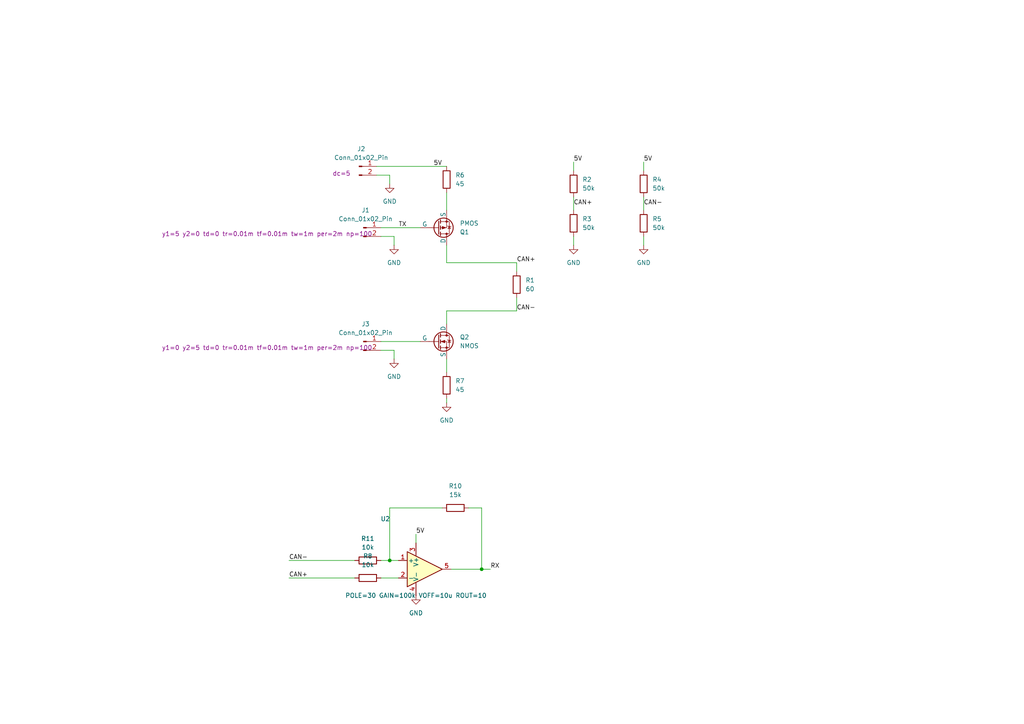
<source format=kicad_sch>
(kicad_sch (version 20250114) (generator "eeschema") (generator_version "9.0")
  (paper "A4")
  (lib_symbols
    (symbol "Connector:Conn_01x02_Pin" (pin_names (offset 1.016) (hide yes))
      (property "Reference" "J" (at 0 2.54 0))
      (property "Value" "Conn_01x02_Pin" (at 0 -5.08 0))
      (symbol "Conn_01x02_Pin_1_1"
        (rectangle (start 0.8636 0.127) (end 0 -0.127) (stroke (width 0.1524)) (fill (type outline)))
        (rectangle (start 0.8636 -2.413) (end 0 -2.667) (stroke (width 0.1524)) (fill (type outline)))
        (polyline (pts (xy 1.27 0) (xy 0.8636 0)) (stroke (width 0.1524)))
        (polyline (pts (xy 1.27 -2.54) (xy 0.8636 -2.54)) (stroke (width 0.1524)))
        (pin passive line (at 5.08 0 180) (length 3.81) (name "Pin_1") (number "1"))
        (pin passive line (at 5.08 -2.54 180) (length 3.81) (name "Pin_2") (number "2"))
      )
    )
    (symbol "Device:R" (pin_numbers (hide yes)) (pin_names (offset 0))
      (property "Reference" "R" (at 2.032 0 90))
      (property "Value" "R" (at 0 0 90))
      (symbol "R_0_1"
        (rectangle (start -1.016 -2.54) (end 1.016 2.54) (stroke (width 0.254)))
      )
      (symbol "R_1_1"
        (pin passive line (at 0 3.81 270) (length 1.27) (name "~") (number "1"))
        (pin passive line (at 0 -3.81 90) (length 1.27) (name "~") (number "2"))
      )
    )
    (symbol "Simulation_SPICE:NMOS" (pin_numbers (hide yes)) (pin_names (offset 0))
      (property "Reference" "Q" (at 5.08 1.27 0))
      (property "Value" "NMOS" (at 5.08 -1.27 0))
      (symbol "NMOS_0_1"
        (polyline (pts (xy 0.254 1.905) (xy 0.254 -1.905)) (stroke (width 0.254)))
        (polyline (pts (xy 0.254 0) (xy -2.54 0)))
        (polyline (pts (xy 0.762 2.286) (xy 0.762 1.27)) (stroke (width 0.254)))
        (polyline (pts (xy 0.762 0.508) (xy 0.762 -0.508)) (stroke (width 0.254)))
        (polyline (pts (xy 0.762 -1.27) (xy 0.762 -2.286)) (stroke (width 0.254)))
        (polyline (pts (xy 0.762 -1.778) (xy 3.302 -1.778) (xy 3.302 1.778) (xy 0.762 1.778)))
        (polyline (pts (xy 1.016 0) (xy 2.032 0.381) (xy 2.032 -0.381) (xy 1.016 0)) (fill (type outline)))
        (circle (center 1.651 0) (radius 2.794) (stroke (width 0.254)))
        (polyline (pts (xy 2.54 2.54) (xy 2.54 1.778)))
        (circle (center 2.54 1.778) (radius 0.254) (fill (type outline)))
        (circle (center 2.54 -1.778) (radius 0.254) (fill (type outline)))
        (polyline (pts (xy 2.54 -2.54) (xy 2.54 0) (xy 0.762 0)))
        (polyline (pts (xy 2.794 0.508) (xy 2.921 0.381) (xy 3.683 0.381) (xy 3.81 0.254)))
        (polyline (pts (xy 3.302 0.381) (xy 2.921 -0.254) (xy 3.683 -0.254) (xy 3.302 0.381)))
      )
      (symbol "NMOS_1_1"
        (pin input line (at -5.08 0 0) (length 2.54) (name "G") (number "2"))
        (pin passive line (at 2.54 5.08 270) (length 2.54) (name "D") (number "1"))
        (pin passive line (at 2.54 -5.08 90) (length 2.54) (name "S") (number "3"))
      )
    )
    (symbol "Simulation_SPICE:OPAMP" (pin_names (offset 0.254))
      (property "Reference" "U" (at 3.81 3.175 0))
      (property "Value" "${SIM.PARAMS}" (at 3.81 -3.175 0))
      (symbol "OPAMP_0_1"
        (polyline (pts (xy 5.08 0) (xy -5.08 5.08) (xy -5.08 -5.08) (xy 5.08 0)) (stroke (width 0.254)) (fill (type background)))
      )
      (symbol "OPAMP_1_1"
        (pin input line (at -7.62 2.54 0) (length 2.54) (name "+") (number "1"))
        (pin input line (at -7.62 -2.54 0) (length 2.54) (name "-") (number "2"))
        (pin power_in line (at -2.54 7.62 270) (length 3.81) (name "V+") (number "3"))
        (pin power_in line (at -2.54 -7.62 90) (length 3.81) (name "V-") (number "4"))
        (pin output line (at 7.62 0 180) (length 2.54) (name "~") (number "5"))
      )
    )
    (symbol "Simulation_SPICE:PMOS" (pin_numbers (hide yes)) (pin_names (offset 0))
      (property "Reference" "Q" (at 5.08 1.27 0))
      (property "Value" "PMOS" (at 5.08 -1.27 0))
      (symbol "PMOS_0_1"
        (polyline (pts (xy 0.254 1.905) (xy 0.254 -1.905)) (stroke (width 0.254)))
        (polyline (pts (xy 0.254 0) (xy -2.54 0)))
        (polyline (pts (xy 0.762 2.286) (xy 0.762 1.27)) (stroke (width 0.254)))
        (polyline (pts (xy 0.762 1.778) (xy 3.302 1.778) (xy 3.302 -1.778) (xy 0.762 -1.778)))
        (polyline (pts (xy 0.762 0.508) (xy 0.762 -0.508)) (stroke (width 0.254)))
        (polyline (pts (xy 0.762 -1.27) (xy 0.762 -2.286)) (stroke (width 0.254)))
        (circle (center 1.651 0) (radius 2.794) (stroke (width 0.254)))
        (polyline (pts (xy 2.286 0) (xy 1.27 0.381) (xy 1.27 -0.381) (xy 2.286 0)) (fill (type outline)))
        (polyline (pts (xy 2.54 2.54) (xy 2.54 1.778)))
        (circle (center 2.54 1.778) (radius 0.254) (fill (type outline)))
        (circle (center 2.54 -1.778) (radius 0.254) (fill (type outline)))
        (polyline (pts (xy 2.54 -2.54) (xy 2.54 0) (xy 0.762 0)))
        (polyline (pts (xy 2.794 -0.508) (xy 2.921 -0.381) (xy 3.683 -0.381) (xy 3.81 -0.254)))
        (polyline (pts (xy 3.302 -0.381) (xy 2.921 0.254) (xy 3.683 0.254) (xy 3.302 -0.381)))
      )
      (symbol "PMOS_1_1"
        (pin input line (at -5.08 0 0) (length 2.54) (name "G") (number "2"))
        (pin passive line (at 2.54 5.08 270) (length 2.54) (name "D") (number "1"))
        (pin passive line (at 2.54 -5.08 90) (length 2.54) (name "S") (number "3"))
      )
    )
    (symbol "power:GND" (power) (pin_numbers (hide yes)) (pin_names (offset 0) (hide yes))
      (property "Value" "GND" (at 0 -3.81 0))
      (symbol "GND_0_1"
        (polyline (pts (xy 0 0) (xy 0 -1.27) (xy 1.27 -1.27) (xy 0 -2.54) (xy -1.27 -1.27) (xy 0 -1.27)))
      )
      (symbol "GND_1_1"
        (pin power_in line (at 0 0 270) (length 0) (name "~") (number "1"))
      )
    )
  )
  (junction (at 139.7 165.1))
  (junction (at 113.03 162.56))
  (wire (pts (xy 139.7 147.32) (xy 139.7 165.1)))
  (wire (pts (xy 110.49 99.06) (xy 121.92 99.06)))
  (wire (pts (xy 129.54 107.95) (xy 129.54 104.14)))
  (wire (pts (xy 110.49 167.64) (xy 115.57 167.64)))
  (wire (pts (xy 83.82 162.56) (xy 102.87 162.56)))
  (wire (pts (xy 139.7 165.1) (xy 142.24 165.1)))
  (wire (pts (xy 120.65 154.94) (xy 120.65 157.48)))
  (wire (pts (xy 113.03 50.8) (xy 113.03 53.34)))
  (wire (pts (xy 129.54 90.17) (xy 129.54 93.98)))
  (wire (pts (xy 114.3 68.58) (xy 114.3 71.12)))
  (wire (pts (xy 110.49 101.6) (xy 114.3 101.6)))
  (wire (pts (xy 129.54 76.2) (xy 149.86 76.2)))
  (wire (pts (xy 113.03 162.56) (xy 115.57 162.56)))
  (wire (pts (xy 166.37 68.58) (xy 166.37 71.12)))
  (wire (pts (xy 109.22 48.26) (xy 129.54 48.26)))
  (wire (pts (xy 166.37 57.15) (xy 166.37 60.96)))
  (wire (pts (xy 110.49 66.04) (xy 121.92 66.04)))
  (wire (pts (xy 129.54 115.57) (xy 129.54 116.84)))
  (wire (pts (xy 110.49 68.58) (xy 114.3 68.58)))
  (wire (pts (xy 135.89 147.32) (xy 139.7 147.32)))
  (wire (pts (xy 149.86 86.36) (xy 149.86 90.17)))
  (wire (pts (xy 83.82 167.64) (xy 102.87 167.64)))
  (wire (pts (xy 110.49 162.56) (xy 113.03 162.56)))
  (wire (pts (xy 114.3 101.6) (xy 114.3 104.14)))
  (wire (pts (xy 130.81 165.1) (xy 139.7 165.1)))
  (wire (pts (xy 113.03 147.32) (xy 113.03 162.56)))
  (wire (pts (xy 149.86 76.2) (xy 149.86 78.74)))
  (wire (pts (xy 186.69 68.58) (xy 186.69 71.12)))
  (wire (pts (xy 186.69 57.15) (xy 186.69 60.96)))
  (wire (pts (xy 129.54 71.12) (xy 129.54 76.2)))
  (wire (pts (xy 109.22 50.8) (xy 113.03 50.8)))
  (wire (pts (xy 166.37 46.99) (xy 166.37 49.53)))
  (wire (pts (xy 186.69 46.99) (xy 186.69 49.53)))
  (wire (pts (xy 129.54 55.88) (xy 129.54 60.96)))
  (wire (pts (xy 128.27 147.32) (xy 113.03 147.32)))
  (wire (pts (xy 149.86 90.17) (xy 129.54 90.17)))
  (label "CAN-" (at 149.86 90.17 0))
  (label "CAN-" (at 186.69 59.69 0))
  (label "5V" (at 166.37 46.99 0))
  (label "CAN+" (at 83.82 167.64 0))
  (label "5V" (at 120.65 154.94 0))
  (label "5V" (at 125.73 48.26 0))
  (label "CAN-" (at 83.82 162.56 0))
  (label "5V" (at 186.69 46.99 0))
  (label "CAN+" (at 149.86 76.2 0))
  (label "RX" (at 142.24 165.1 0))
  (label "TX" (at 115.57 66.04 0))
  (label "CAN+" (at 166.37 59.69 0))
  (symbol (lib_id "Simulation_SPICE:NMOS") (at 127 99.06 0) (unit 1)
    (property "Reference" "Q2" (at 133.35 97.7899 0) (effects (justify left)))
    (property "Value" "NMOS" (at 133.35 100.3299 0) (effects (justify left)))
    (property "Datasheet" "https://ngspice.sourceforge.io/docs/ngspice-html-manual/manual.xhtml#cha_MOSFETs" (effects (hide yes)))
    (property "Description" "N-MOSFET transistor, drain/source/gate" (effects (hide yes)))
    (property "Sim.Device" "NMOS" (effects (hide yes)))
    (property "Sim.Type" "VDMOS" (effects (hide yes)))
    (property "Sim.Pins" "1=D 2=G 3=S" (effects (hide yes)))
    (property "Sim.Params" "vto=2 kp=1.36" (effects (hide yes)))
  )
  (symbol (lib_id "power:GND") (at 114.3 71.12 0) (unit 1)
    (property "Reference" "#PWR03" (effects (hide yes)))
    (property "Value" "GND" (at 114.3 76.2 0))
    (property "Description" "Power symbol creates a global label with name \"GND\" , ground" (effects (hide yes)))
  )
  (symbol (lib_id "power:GND") (at 129.54 116.84 0) (unit 1)
    (property "Reference" "#PWR05" (effects (hide yes)))
    (property "Value" "GND" (at 129.54 121.92 0))
    (property "Description" "Power symbol creates a global label with name \"GND\" , ground" (effects (hide yes)))
  )
  (symbol (lib_id "Connector:Conn_01x02_Pin") (at 105.41 66.04 0) (unit 1)
    (property "Reference" "J1" (at 106.045 60.96 0))
    (property "Value" "Conn_01x02_Pin" (at 106.045 63.5 0))
    (property "Description" "Generic connector, single row, 01x02, script generated" (effects (hide yes)))
    (property "Sim.Device" "V" (effects (hide yes)))
    (property "Sim.Type" "PULSE" (effects (hide yes)))
    (property "Sim.Pins" "1=+ 2=-" (effects (hide yes)))
    (property "Sim.Params" "y1=5 y2=0 td=0 tr=0.01m tf=0.01m tw=1m per=2m np=100" (at 77.47 67.818 0))
  )
  (symbol (lib_id "Simulation_SPICE:PMOS") (at 127 66.04 0) (mirror x) (unit 1)
    (property "Reference" "Q1" (at 133.35 67.3101 0) (effects (justify left)))
    (property "Value" "PMOS" (at 133.35 64.7701 0) (effects (justify left)))
    (property "Datasheet" "https://ngspice.sourceforge.io/docs/ngspice-html-manual/manual.xhtml#cha_MOSFETs" (effects (hide yes)))
    (property "Description" "P-MOSFET transistor, drain/source/gate" (effects (hide yes)))
    (property "Sim.Device" "PMOS" (effects (hide yes)))
    (property "Sim.Type" "VDMOS" (effects (hide yes)))
    (property "Sim.Pins" "1=D 2=G 3=S" (effects (hide yes)))
    (property "Sim.Params" "kp=0.68" (effects (hide yes)))
  )
  (symbol (lib_id "Device:R") (at 106.68 162.56 90) (unit 1)
    (property "Reference" "R11" (at 106.68 156.21 90))
    (property "Value" "10k" (at 106.68 158.75 90))
    (property "Description" "Resistor" (effects (hide yes)))
  )
  (symbol (lib_id "power:GND") (at 113.03 53.34 0) (unit 1)
    (property "Reference" "#PWR02" (effects (hide yes)))
    (property "Value" "GND" (at 113.03 58.42 0))
    (property "Description" "Power symbol creates a global label with name \"GND\" , ground" (effects (hide yes)))
  )
  (symbol (lib_id "Device:R") (at 132.08 147.32 90) (unit 1)
    (property "Reference" "R10" (at 132.08 140.97 90))
    (property "Value" "15k" (at 132.08 143.51 90))
    (property "Description" "Resistor" (effects (hide yes)))
  )
  (symbol (lib_id "Connector:Conn_01x02_Pin") (at 105.41 99.06 0) (unit 1)
    (property "Reference" "J3" (at 106.045 93.98 0))
    (property "Value" "Conn_01x02_Pin" (at 106.045 96.52 0))
    (property "Description" "Generic connector, single row, 01x02, script generated" (effects (hide yes)))
    (property "Sim.Device" "V" (effects (hide yes)))
    (property "Sim.Type" "PULSE" (effects (hide yes)))
    (property "Sim.Pins" "1=+ 2=-" (effects (hide yes)))
    (property "Sim.Params" "y1=0 y2=5 td=0 tr=0.01m tf=0.01m tw=1m per=2m np=100" (at 77.47 100.838 0))
  )
  (symbol (lib_id "power:GND") (at 186.69 71.12 0) (unit 1)
    (property "Reference" "#PWR07" (effects (hide yes)))
    (property "Value" "GND" (at 186.69 76.2 0))
    (property "Description" "Power symbol creates a global label with name \"GND\" , ground" (effects (hide yes)))
  )
  (symbol (lib_id "Simulation_SPICE:OPAMP") (at 123.19 165.1 0) (unit 1)
    (property "Reference" "U2" (at 111.76 150.495 0))
    (property "Value" "${SIM.PARAMS}" (at 120.65 172.72 0))
    (property "Description" "Operational amplifier, single, node sequence=1:+ 2:- 3:OUT 4:V+ 5:V-" (effects (hide yes)))
    (property "Sim.Pins" "1=in+ 2=in- 3=vcc 4=vee 5=out" (effects (hide yes)))
    (property "Sim.Device" "SUBCKT" (effects (hide yes)))
    (property "Sim.Library" "${KICAD7_SYMBOL_DIR}/Simulation_SPICE.sp" (effects (hide yes)))
    (property "Sim.Name" "kicad_builtin_opamp" (effects (hide yes)))
    (property "Sim.Params" "POLE=30 GAIN=100k VOFF=10u ROUT=10" (effects (hide yes)))
  )
  (symbol (lib_id "Device:R") (at 166.37 64.77 0) (unit 1)
    (property "Reference" "R3" (at 168.91 63.4999 0) (effects (justify left)))
    (property "Value" "50k" (at 168.91 66.0399 0) (effects (justify left)))
    (property "Description" "Resistor" (effects (hide yes)))
  )
  (symbol (lib_id "Device:R") (at 149.86 82.55 0) (unit 1)
    (property "Reference" "R1" (at 152.4 81.2799 0) (effects (justify left)))
    (property "Value" "60" (at 152.4 83.8199 0) (effects (justify left)))
    (property "Description" "Resistor" (effects (hide yes)))
  )
  (symbol (lib_id "Device:R") (at 166.37 53.34 0) (unit 1)
    (property "Reference" "R2" (at 168.91 52.0699 0) (effects (justify left)))
    (property "Value" "50k" (at 168.91 54.6099 0) (effects (justify left)))
    (property "Description" "Resistor" (effects (hide yes)))
  )
  (symbol (lib_id "power:GND") (at 120.65 172.72 0) (unit 1)
    (property "Reference" "#PWR012" (effects (hide yes)))
    (property "Value" "GND" (at 120.65 177.8 0))
    (property "Description" "Power symbol creates a global label with name \"GND\" , ground" (effects (hide yes)))
  )
  (symbol (lib_id "Device:R") (at 106.68 167.64 90) (unit 1)
    (property "Reference" "R8" (at 106.68 161.29 90))
    (property "Value" "10k" (at 106.68 163.83 90))
    (property "Description" "Resistor" (effects (hide yes)))
  )
  (symbol (lib_id "Device:R") (at 129.54 111.76 0) (unit 1)
    (property "Reference" "R7" (at 132.08 110.4899 0) (effects (justify left)))
    (property "Value" "45" (at 132.08 113.0299 0) (effects (justify left)))
    (property "Description" "Resistor" (effects (hide yes)))
  )
  (symbol (lib_id "power:GND") (at 114.3 104.14 0) (unit 1)
    (property "Reference" "#PWR04" (effects (hide yes)))
    (property "Value" "GND" (at 114.3 109.22 0))
    (property "Description" "Power symbol creates a global label with name \"GND\" , ground" (effects (hide yes)))
  )
  (symbol (lib_id "Device:R") (at 129.54 52.07 0) (unit 1)
    (property "Reference" "R6" (at 132.08 50.7999 0) (effects (justify left)))
    (property "Value" "45" (at 132.08 53.3399 0) (effects (justify left)))
    (property "Description" "Resistor" (effects (hide yes)))
  )
  (symbol (lib_id "Device:R") (at 186.69 64.77 0) (unit 1)
    (property "Reference" "R5" (at 189.23 63.4999 0) (effects (justify left)))
    (property "Value" "50k" (at 189.23 66.0399 0) (effects (justify left)))
    (property "Description" "Resistor" (effects (hide yes)))
  )
  (symbol (lib_id "Connector:Conn_01x02_Pin") (at 104.14 48.26 0) (unit 1)
    (property "Reference" "J2" (at 104.775 43.18 0))
    (property "Value" "Conn_01x02_Pin" (at 104.775 45.72 0))
    (property "Description" "Generic connector, single row, 01x02, script generated" (effects (hide yes)))
    (property "Sim.Device" "V" (effects (hide yes)))
    (property "Sim.Type" "DC" (effects (hide yes)))
    (property "Sim.Pins" "1=+ 2=-" (effects (hide yes)))
    (property "Sim.Params" "dc=5" (at 99.06 50.292 0))
  )
  (symbol (lib_id "power:GND") (at 166.37 71.12 0) (unit 1)
    (property "Reference" "#PWR06" (effects (hide yes)))
    (property "Value" "GND" (at 166.37 76.2 0))
    (property "Description" "Power symbol creates a global label with name \"GND\" , ground" (effects (hide yes)))
  )
  (symbol (lib_id "Device:R") (at 186.69 53.34 0) (unit 1)
    (property "Reference" "R4" (at 189.23 52.0699 0) (effects (justify left)))
    (property "Value" "50k" (at 189.23 54.6099 0) (effects (justify left)))
    (property "Description" "Resistor" (effects (hide yes)))
  )
)
</source>
